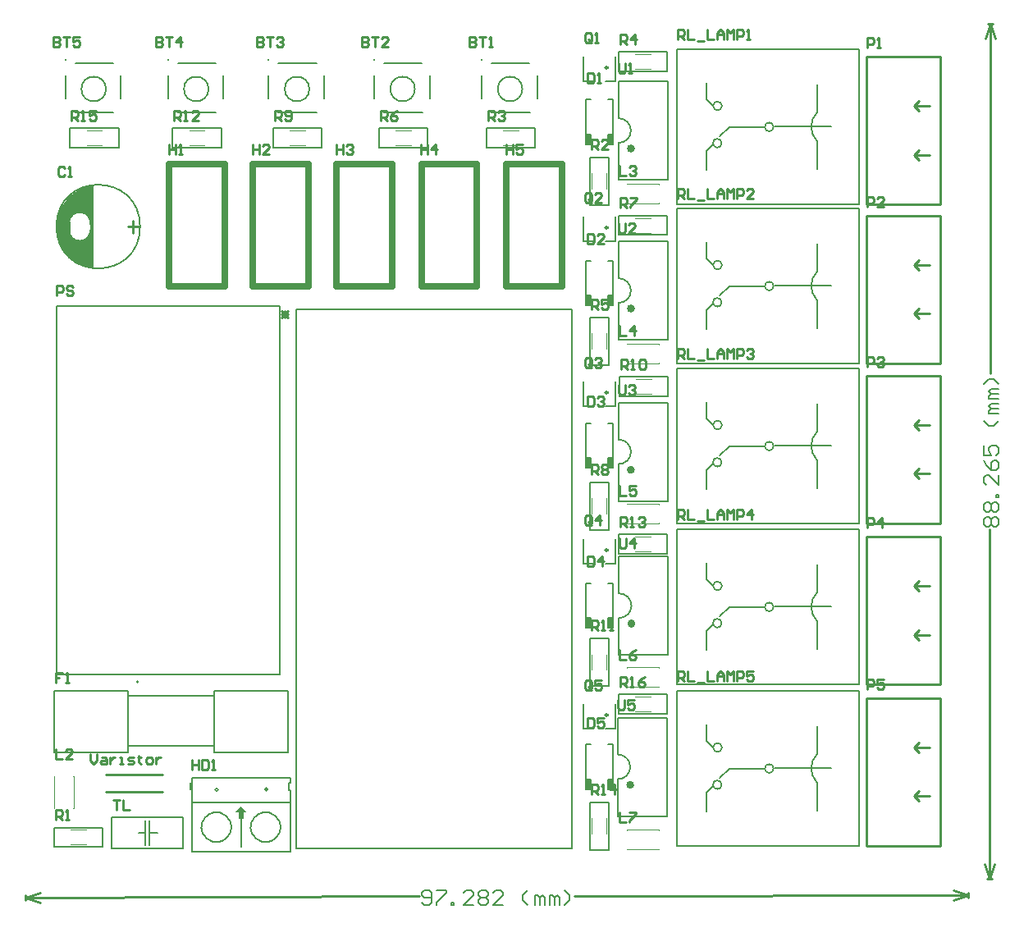
<source format=gto>
G04*
G04 #@! TF.GenerationSoftware,Altium Limited,Altium Designer,21.3.2 (30)*
G04*
G04 Layer_Color=65535*
%FSTAX24Y24*%
%MOIN*%
G70*
G04*
G04 #@! TF.SameCoordinates,4F95F32B-0C25-4130-9E89-9C1B30D11028*
G04*
G04*
G04 #@! TF.FilePolarity,Positive*
G04*
G01*
G75*
%ADD10C,0.0079*%
%ADD11C,0.0060*%
%ADD12C,0.0070*%
%ADD13C,0.0100*%
%ADD14C,0.0150*%
%ADD15C,0.0098*%
%ADD16C,0.0040*%
%ADD17C,0.0050*%
%ADD18C,0.0250*%
%ADD19C,0.0080*%
%ADD20R,0.0197X0.0394*%
%ADD21R,0.0197X0.0394*%
G36*
X041Y02495D02*
X04075Y0247D01*
X0409D01*
Y02445D01*
X0411D01*
Y0247D01*
X04125D01*
X041Y02495D01*
D02*
G37*
G36*
X03495Y04825D02*
X0346Y0479D01*
X034321D01*
X034304Y047901D01*
X034271Y047907D01*
X03424Y04792D01*
X034212Y047939D01*
X0342Y04795D01*
D01*
X034135Y048015D01*
X034127Y048023D01*
X034114Y048043D01*
X034105Y048065D01*
X034101Y048088D01*
X0341Y0481D01*
D01*
X03405Y04815D01*
X034039Y048162D01*
X03402Y04819D01*
X034007Y048221D01*
X034001Y048254D01*
X034Y048271D01*
D01*
Y048779D01*
X034001Y048796D01*
X034007Y048829D01*
X03402Y04886D01*
X034039Y048888D01*
X03405Y0489D01*
Y0489D01*
X034165Y049015D01*
X034173Y049023D01*
X034193Y049036D01*
X034215Y049045D01*
X034238Y049049D01*
X03425Y04905D01*
X034262Y049061D01*
X03429Y04908D01*
X034321Y049093D01*
X034354Y049099D01*
X034371Y0491D01*
D01*
X034509D01*
X034542Y049098D01*
X034608Y049085D01*
X03467Y04906D01*
X034725Y049022D01*
X03475Y049D01*
D01*
X034865Y048885D01*
X034873Y048877D01*
X034886Y048857D01*
X034895Y048835D01*
X034899Y048812D01*
X0349Y0488D01*
D01*
X03495D01*
Y0502D01*
X0344Y05D01*
X034Y0497D01*
X0337Y0493D01*
X0335Y0487D01*
Y0483D01*
X03365Y0478D01*
X03395Y04735D01*
X0343Y04705D01*
X03475Y04685D01*
X03495Y0468D01*
Y04825D01*
D02*
G37*
D10*
X03683Y030005D02*
G03*
X03683Y030005I-000039J0D01*
G01*
X04325Y04513D02*
X0491D01*
X05445D01*
Y02323D02*
Y04513D01*
X04325Y02323D02*
X05445D01*
X04325D02*
Y04513D01*
D11*
X048065Y05409D02*
G03*
X048065Y05409I-0005J0D01*
G01*
X043775D02*
G03*
X043775Y05409I-0005J0D01*
G01*
X05243D02*
G03*
X05243Y05409I-0005J0D01*
G01*
X035515D02*
G03*
X035515Y05409I-0005J0D01*
G01*
X03968D02*
G03*
X03968Y05409I-0005J0D01*
G01*
X048665Y05369D02*
Y05464D01*
X046815Y05514D02*
X048355D01*
X046415Y05369D02*
Y05464D01*
X046815Y05314D02*
X048365D01*
X044375Y05369D02*
Y05464D01*
X042525Y05514D02*
X044065D01*
X042125Y05369D02*
Y05464D01*
X042525Y05314D02*
X044075D01*
X05303Y05369D02*
Y05464D01*
X05118Y05514D02*
X05272D01*
X05078Y05369D02*
Y05464D01*
X05118Y05314D02*
X05273D01*
X036115Y05369D02*
Y05464D01*
X034265Y05514D02*
X035805D01*
X033865Y05369D02*
Y05464D01*
X034265Y05314D02*
X035815D01*
X04028Y05369D02*
Y05464D01*
X03843Y05514D02*
X03997D01*
X03803Y05369D02*
Y05464D01*
X03843Y05314D02*
X03998D01*
X048342Y021032D02*
X048442Y020932D01*
X048642Y020933D01*
X048742Y021033D01*
X04874Y021433D01*
X04864Y021533D01*
X04844Y021532D01*
X048341Y021432D01*
X048341Y021332D01*
X048441Y021232D01*
X048741Y021233D01*
X04894Y021533D02*
X04934Y021535D01*
X04934Y021435D01*
X048941Y021034D01*
X048942Y020934D01*
X049542Y020935D02*
X049541Y021035D01*
X049641Y021035D01*
X049641Y020935D01*
X049542Y020935D01*
X050441Y020938D02*
X050041Y020937D01*
X05044Y021337D01*
X05044Y021437D01*
X05034Y021537D01*
X05014Y021537D01*
X05004Y021436D01*
X05064Y021438D02*
X05074Y021538D01*
X050939Y021539D01*
X05104Y021439D01*
X05104Y021339D01*
X05094Y021239D01*
X051041Y021139D01*
X051041Y021039D01*
X050941Y020939D01*
X050741Y020938D01*
X050641Y021038D01*
X050641Y021138D01*
X05074Y021238D01*
X05064Y021338D01*
X05064Y021438D01*
X05074Y021238D02*
X05094Y021239D01*
X051641Y020941D02*
X051241Y02094D01*
X05164Y021341D01*
X05164Y021441D01*
X051539Y02154D01*
X051339Y02154D01*
X05124Y02144D01*
X052641Y020943D02*
X05244Y021143D01*
X05244Y021343D01*
X052639Y021543D01*
X05294Y020944D02*
X052939Y021344D01*
X053039Y021344D01*
X05314Y021245D01*
X05314Y020945D01*
X05314Y021245D01*
X053239Y021345D01*
X05334Y021245D01*
X05334Y020945D01*
X05354Y020946D02*
X053539Y021346D01*
X053639Y021346D01*
X053739Y021246D01*
X05374Y020946D01*
X053739Y021246D01*
X053839Y021346D01*
X053939Y021247D01*
X05394Y020947D01*
X05414Y020947D02*
X054339Y021148D01*
X054339Y021348D01*
X054138Y021547D01*
X071281Y036316D02*
X071181Y036416D01*
X071181Y036616D01*
X071281Y036716D01*
X071381Y036716D01*
X071481Y036616D01*
X071581Y036716D01*
X071681Y036715D01*
X071781Y036615D01*
X071781Y036415D01*
X071681Y036316D01*
X071581Y036316D01*
X071481Y036416D01*
X071381Y036316D01*
X071281Y036316D01*
X071481Y036416D02*
X071481Y036616D01*
X071282Y036916D02*
X071182Y037016D01*
X071182Y037216D01*
X071282Y037316D01*
X071382Y037316D01*
X071482Y037216D01*
X071582Y037315D01*
X071682Y037315D01*
X071782Y037215D01*
X071782Y037015D01*
X071681Y036915D01*
X071581Y036916D01*
X071482Y037016D01*
X071381Y036916D01*
X071282Y036916D01*
X071482Y037016D02*
X071482Y037216D01*
X071782Y037515D02*
X071682Y037515D01*
X071682Y037615D01*
X071782Y037615D01*
X071782Y037515D01*
X071784Y038415D02*
X071783Y038015D01*
X071384Y038415D01*
X071284Y038415D01*
X071184Y038316D01*
X071183Y038116D01*
X071283Y038016D01*
X071185Y039015D02*
X071284Y038815D01*
X071484Y038615D01*
X071684Y038615D01*
X071784Y038715D01*
X071784Y038915D01*
X071684Y039015D01*
X071584Y039015D01*
X071484Y038915D01*
X071484Y038615D01*
X071185Y039615D02*
X071185Y039215D01*
X071485Y039215D01*
X071385Y039415D01*
X071385Y039515D01*
X071485Y039615D01*
X071685Y039615D01*
X071785Y039514D01*
X071785Y039314D01*
X071685Y039215D01*
X071787Y040614D02*
X071586Y040414D01*
X071387Y040415D01*
X071187Y040615D01*
X071787Y040914D02*
X071387Y040915D01*
X071387Y041014D01*
X071487Y041114D01*
X071787Y041114D01*
X071487Y041114D01*
X071388Y041214D01*
X071488Y041314D01*
X071788Y041314D01*
X071788Y041514D02*
X071388Y041514D01*
X071388Y041614D01*
X071488Y041714D01*
X071788Y041714D01*
X071488Y041714D01*
X071389Y041814D01*
X071489Y041914D01*
X071789Y041914D01*
X071789Y042114D02*
X071589Y042314D01*
X071389Y042314D01*
X071189Y042114D01*
D12*
X0369Y0485D02*
G03*
X0369Y0485I-0017J0D01*
G01*
X040388Y024562D02*
G03*
X040401Y024551I-000388J-000462D01*
G01*
X042084Y02563D02*
G03*
X042084Y02563I-000064J0D01*
G01*
X040064Y02562D02*
G03*
X040064Y02562I-000064J0D01*
G01*
X042387Y024563D02*
G03*
X042401Y024551I-000387J-000463D01*
G01*
X056324Y0519D02*
G03*
X056328Y0529I000017J0005D01*
G01*
X056324Y0454D02*
G03*
X056328Y0464I000017J0005D01*
G01*
X06441Y05314D02*
G03*
X0644Y05198I000575J-000585D01*
G01*
X062636Y05255D02*
G03*
X062636Y05255I-000178J0D01*
G01*
X060526Y05189D02*
G03*
X060526Y05189I-000178J0D01*
G01*
X060536Y0534D02*
G03*
X060536Y0534I-000178J0D01*
G01*
X06441Y03364D02*
G03*
X0644Y03248I000575J-000585D01*
G01*
X062636Y03305D02*
G03*
X062636Y03305I-000178J0D01*
G01*
X060526Y03239D02*
G03*
X060526Y03239I-000178J0D01*
G01*
X060536Y0339D02*
G03*
X060536Y0339I-000178J0D01*
G01*
X06441Y040175D02*
G03*
X0644Y039015I000575J-000585D01*
G01*
X062636Y039585D02*
G03*
X062636Y039585I-000178J0D01*
G01*
X060526Y038925D02*
G03*
X060526Y038925I-000178J0D01*
G01*
X060536Y040435D02*
G03*
X060536Y040435I-000178J0D01*
G01*
X06441Y046675D02*
G03*
X0644Y045515I000575J-000585D01*
G01*
X062636Y046085D02*
G03*
X062636Y046085I-000178J0D01*
G01*
X060526Y045425D02*
G03*
X060526Y045425I-000178J0D01*
G01*
X060536Y046935D02*
G03*
X060536Y046935I-000178J0D01*
G01*
X06441Y027075D02*
G03*
X0644Y025915I000575J-000585D01*
G01*
X062636Y026485D02*
G03*
X062636Y026485I-000178J0D01*
G01*
X060526Y025825D02*
G03*
X060526Y025825I-000178J0D01*
G01*
X060536Y027335D02*
G03*
X060536Y027335I-000178J0D01*
G01*
X056296Y02605D02*
G03*
X0563Y02705I000017J0005D01*
G01*
X056324Y03885D02*
G03*
X056328Y03985I000017J0005D01*
G01*
X056346Y0326D02*
G03*
X05635Y0336I000017J0005D01*
G01*
X046415Y05528D02*
X046425Y05529D01*
X042125Y05528D02*
X042135Y05529D01*
X05078Y05528D02*
X05079Y05529D01*
X033865Y05528D02*
X033875Y05529D01*
X03803Y05528D02*
X03804Y05529D01*
X0364Y0274D02*
X0399D01*
X0334Y02715D02*
X0364D01*
X0334Y02965D02*
X0364D01*
Y02715D02*
Y02965D01*
X0334Y02715D02*
Y02965D01*
X0429Y02715D02*
Y02965D01*
X0364Y02945D02*
X0399D01*
Y02965D02*
X0429D01*
X0399Y02715D02*
X0429D01*
X0399D02*
Y02965D01*
X03902Y0251D02*
X04299D01*
X039Y0231D02*
Y0246D01*
X043Y0231D02*
Y02561D01*
X04295D02*
X043D01*
X04295D02*
Y02592D01*
X043D01*
Y0261D01*
X039D02*
X043D01*
X039Y0246D02*
Y0261D01*
X03894Y02565D02*
Y0259D01*
X041Y02331D02*
Y02482D01*
X039Y0231D02*
X043D01*
X056328Y0544D02*
X058328D01*
Y0504D02*
Y0544D01*
X056328Y0504D02*
X058328D01*
X056328Y05291D02*
Y0544D01*
Y0504D02*
Y0519D01*
Y0479D02*
X058328D01*
Y0439D02*
Y0479D01*
X056328Y0439D02*
X058328D01*
X056328Y04641D02*
Y0479D01*
Y0439D02*
Y0454D01*
X06441Y05083D02*
Y05197D01*
X06442Y05315D02*
Y05428D01*
X06044Y05216D02*
X06083Y05255D01*
X06226D01*
X05991Y05367D02*
X06018Y0534D01*
X05991Y05367D02*
Y05433D01*
Y05157D02*
X06017Y05183D01*
X05991Y05081D02*
Y05157D01*
X0587Y0494D02*
X0661D01*
X0587Y0557D02*
X0661D01*
Y0494D02*
Y0557D01*
X0587Y0494D02*
Y0557D01*
X06266Y05256D02*
X06499D01*
X06441Y03133D02*
Y03247D01*
X06442Y03365D02*
Y03478D01*
X06044Y03266D02*
X06083Y03305D01*
X06226D01*
X05991Y03417D02*
X06018Y0339D01*
X05991Y03417D02*
Y03483D01*
Y03207D02*
X06017Y03233D01*
X05991Y03131D02*
Y03207D01*
X0587Y0299D02*
X0661D01*
X0587Y0362D02*
X0661D01*
Y0299D02*
Y0362D01*
X0587Y0299D02*
Y0362D01*
X06266Y03306D02*
X06499D01*
X06441Y037865D02*
Y039005D01*
X06442Y040185D02*
Y041315D01*
X06044Y039195D02*
X06083Y039585D01*
X06226D01*
X05991Y040705D02*
X06018Y040435D01*
X05991Y040705D02*
Y041365D01*
Y038605D02*
X06017Y038865D01*
X05991Y037845D02*
Y038605D01*
X0587Y036435D02*
X0661D01*
X0587Y042735D02*
X0661D01*
Y036435D02*
Y042735D01*
X0587Y036435D02*
Y042735D01*
X06266Y039595D02*
X06499D01*
X06441Y044365D02*
Y045505D01*
X06442Y046685D02*
Y047815D01*
X06044Y045695D02*
X06083Y046085D01*
X06226D01*
X05991Y047205D02*
X06018Y046935D01*
X05991Y047205D02*
Y047865D01*
Y045105D02*
X06017Y045365D01*
X05991Y044345D02*
Y045105D01*
X0587Y042935D02*
X0661D01*
X0587Y049235D02*
X0661D01*
Y042935D02*
Y049235D01*
X0587Y042935D02*
Y049235D01*
X06266Y046095D02*
X06499D01*
X06441Y024765D02*
Y025905D01*
X06442Y027085D02*
Y028215D01*
X06044Y026095D02*
X06083Y026485D01*
X06226D01*
X05991Y027605D02*
X06018Y027335D01*
X05991Y027605D02*
Y028265D01*
Y025505D02*
X06017Y025765D01*
X05991Y024745D02*
Y025505D01*
X0587Y023335D02*
X0661D01*
X0587Y029635D02*
X0661D01*
Y023335D02*
Y029635D01*
X0587Y023335D02*
Y029635D01*
X06266Y026495D02*
X06499D01*
X0563Y02455D02*
Y02605D01*
Y02706D02*
Y02855D01*
Y02455D02*
X0583D01*
Y02855D01*
X0563D02*
X0583D01*
X056328Y03735D02*
Y03885D01*
Y03986D02*
Y04135D01*
Y03735D02*
X058328D01*
Y04135D01*
X056328D02*
X058328D01*
X05635Y0311D02*
Y0326D01*
Y03361D02*
Y0351D01*
Y0311D02*
X05835D01*
Y0351D01*
X05635D02*
X05835D01*
D13*
X034Y04835D02*
G03*
X03445Y0479I00045J0D01*
G01*
X0345Y0491D02*
G03*
X034Y0487I-00005J-00045D01*
G01*
X0349Y0486D02*
G03*
X0345Y0491I-00045J00005D01*
G01*
X03445Y0479D02*
G03*
X0349Y04835I0J00045D01*
G01*
X07055Y02145D02*
X07055Y02125D01*
X03225Y02135D02*
X03225Y02115D01*
X069951Y021148D02*
X07055Y02135D01*
X069949Y021548D02*
X07055Y02135D01*
X03225Y02125D02*
X032851Y021052D01*
X03225Y02125D02*
X032849Y021452D01*
X054559Y021308D02*
X07055Y02135D01*
X03225Y02125D02*
X048241Y021292D01*
X07135Y05675D02*
X07155Y05675D01*
X0713Y022D02*
X0715Y022D01*
X07145Y05675D02*
X071649Y05615D01*
X071249Y05615D02*
X07145Y05675D01*
X0714Y022D02*
X071601Y0226D01*
X071201Y0226D02*
X0714Y022D01*
X07143Y042534D02*
X07145Y05675D01*
X0714Y022D02*
X07142Y036216D01*
X03495Y04685D02*
Y05015D01*
X0349Y04825D02*
X03495D01*
X034Y04835D02*
Y0487D01*
X0349Y0482D02*
Y0487D01*
X03662Y04825D02*
Y04875D01*
X0364Y0485D02*
X03685D01*
X0355Y02555D02*
X0378D01*
X0355Y02625D02*
X0378D01*
X068355Y033915D02*
X068555Y033715D01*
X068355Y033915D02*
X068555Y034115D01*
X068355Y033915D02*
X06897D01*
X068355Y03192D02*
X06897D01*
X068355D02*
X068555Y03212D01*
X068355Y03192D02*
X068555Y03172D01*
X06941Y029915D02*
Y035915D01*
X0664Y029915D02*
X06941D01*
X0664Y035915D02*
X06941D01*
X0664Y029915D02*
Y035915D01*
X068355Y053415D02*
X068555Y053215D01*
X068355Y053415D02*
X068555Y053615D01*
X068355Y053415D02*
X06897D01*
X068355Y05142D02*
X06897D01*
X068355D02*
X068555Y05162D01*
X068355Y05142D02*
X068555Y05122D01*
X06941Y049415D02*
Y055415D01*
X0664Y049415D02*
X06941D01*
X0664Y055415D02*
X06941D01*
X0664Y049415D02*
Y055415D01*
X068355Y04695D02*
X068555Y04675D01*
X068355Y04695D02*
X068555Y04715D01*
X068355Y04695D02*
X06897D01*
X068355Y044955D02*
X06897D01*
X068355D02*
X068555Y045155D01*
X068355Y044955D02*
X068555Y044755D01*
X06941Y04295D02*
Y04895D01*
X0664Y04295D02*
X06941D01*
X0664Y04895D02*
X06941D01*
X0664Y04295D02*
Y04895D01*
X068355Y04045D02*
X068555Y04025D01*
X068355Y04045D02*
X068555Y04065D01*
X068355Y04045D02*
X06897D01*
X068355Y038455D02*
X06897D01*
X068355D02*
X068555Y038655D01*
X068355Y038455D02*
X068555Y038255D01*
X06941Y03645D02*
Y04245D01*
X0664Y03645D02*
X06941D01*
X0664Y04245D02*
X06941D01*
X0664Y03645D02*
Y04245D01*
X068355Y02735D02*
X068555Y02715D01*
X068355Y02735D02*
X068555Y02755D01*
X068355Y02735D02*
X06897D01*
X068355Y025355D02*
X06897D01*
X068355D02*
X068555Y025555D01*
X068355Y025355D02*
X068555Y025155D01*
X06941Y02335D02*
Y02935D01*
X0664Y02335D02*
X06941D01*
X0664Y02935D02*
X06941D01*
X0664Y02335D02*
Y02935D01*
X04146Y05185D02*
Y05145D01*
Y05165D01*
X041727D01*
Y05185D01*
Y05145D01*
X042126D02*
X04186D01*
X042126Y051717D01*
Y051783D01*
X04206Y05185D01*
X041927D01*
X04186Y051783D01*
X06645Y0297D02*
Y0301D01*
X06665D01*
X066717Y030033D01*
Y0299D01*
X06665Y029833D01*
X06645D01*
X067116Y0301D02*
X06685D01*
Y0299D01*
X066983Y029967D01*
X06705D01*
X067116Y0299D01*
Y029767D01*
X06705Y0297D01*
X066917D01*
X06685Y029767D01*
X06645Y03626D02*
Y03666D01*
X06665D01*
X066717Y036593D01*
Y03646D01*
X06665Y036393D01*
X06645D01*
X06705Y03626D02*
Y03666D01*
X06685Y03646D01*
X067116D01*
X06645Y0428D02*
Y0432D01*
X06665D01*
X066717Y043133D01*
Y043D01*
X06665Y042933D01*
X06645D01*
X06685Y043133D02*
X066917Y0432D01*
X06705D01*
X067116Y043133D01*
Y043067D01*
X06705Y043D01*
X066983D01*
X06705D01*
X067116Y042933D01*
Y042867D01*
X06705Y0428D01*
X066917D01*
X06685Y042867D01*
X06645Y0493D02*
Y0497D01*
X06665D01*
X066717Y049633D01*
Y0495D01*
X06665Y049433D01*
X06645D01*
X067116Y0493D02*
X06685D01*
X067116Y049567D01*
Y049633D01*
X06705Y0497D01*
X066917D01*
X06685Y049633D01*
X06645Y05576D02*
Y05616D01*
X06665D01*
X066717Y056093D01*
Y05596D01*
X06665Y055893D01*
X06645D01*
X06685Y05576D02*
X066983D01*
X066917D01*
Y05616D01*
X06685Y056093D01*
X03486Y02707D02*
Y026803D01*
X034993Y02667D01*
X035127Y026803D01*
Y02707D01*
X035327Y026937D02*
X03546D01*
X035526Y02687D01*
Y02667D01*
X035327D01*
X03526Y026737D01*
X035327Y026803D01*
X035526D01*
X03566Y026937D02*
Y02667D01*
Y026803D01*
X035726Y02687D01*
X035793Y026937D01*
X03586D01*
X03606Y02667D02*
X036193D01*
X036126D01*
Y026937D01*
X03606D01*
X036393Y02667D02*
X036593D01*
X036659Y026737D01*
X036593Y026803D01*
X036459D01*
X036393Y02687D01*
X036459Y026937D01*
X036659D01*
X036859Y027003D02*
Y026937D01*
X036793D01*
X036926D01*
X036859D01*
Y026737D01*
X036926Y02667D01*
X037193D02*
X037326D01*
X037393Y026737D01*
Y02687D01*
X037326Y026937D01*
X037193D01*
X037126Y02687D01*
Y026737D01*
X037193Y02667D01*
X037526Y026937D02*
Y02667D01*
Y026803D01*
X037592Y02687D01*
X037659Y026937D01*
X037726D01*
X05631Y02928D02*
Y028947D01*
X056377Y02888D01*
X05651D01*
X056577Y028947D01*
Y02928D01*
X056976D02*
X05671D01*
Y02908D01*
X056843Y029147D01*
X05691D01*
X056976Y02908D01*
Y028947D01*
X05691Y02888D01*
X056777D01*
X05671Y028947D01*
X05636Y03584D02*
Y035507D01*
X056427Y03544D01*
X05656D01*
X056627Y035507D01*
Y03584D01*
X05696Y03544D02*
Y03584D01*
X05676Y03564D01*
X057026D01*
X05634Y04208D02*
Y041747D01*
X056407Y04168D01*
X05654D01*
X056607Y041747D01*
Y04208D01*
X05674Y042013D02*
X056807Y04208D01*
X05694D01*
X057006Y042013D01*
Y041947D01*
X05694Y04188D01*
X056873D01*
X05694D01*
X057006Y041813D01*
Y041747D01*
X05694Y04168D01*
X056807D01*
X05674Y041747D01*
X05634Y04864D02*
Y048307D01*
X056407Y04824D01*
X05654D01*
X056607Y048307D01*
Y04864D01*
X057006Y04824D02*
X05674D01*
X057006Y048507D01*
Y048573D01*
X05694Y04864D01*
X056807D01*
X05674Y048573D01*
X05634Y05514D02*
Y054807D01*
X056407Y05474D01*
X05654D01*
X056607Y054807D01*
Y05514D01*
X05674Y05474D02*
X056873D01*
X056807D01*
Y05514D01*
X05674Y055073D01*
X03582Y02522D02*
X036087D01*
X035953D01*
Y02482D01*
X03622Y02522D02*
Y02482D01*
X036486D01*
X05874Y03004D02*
Y03044D01*
X05894D01*
X059007Y030373D01*
Y03024D01*
X05894Y030173D01*
X05874D01*
X058873D02*
X059007Y03004D01*
X05914Y03044D02*
Y03004D01*
X059406D01*
X05954Y029973D02*
X059806D01*
X05994Y03044D02*
Y03004D01*
X060206D01*
X060339D02*
Y030307D01*
X060473Y03044D01*
X060606Y030307D01*
Y03004D01*
Y03024D01*
X060339D01*
X060739Y03004D02*
Y03044D01*
X060873Y030307D01*
X061006Y03044D01*
Y03004D01*
X061139D02*
Y03044D01*
X061339D01*
X061406Y030373D01*
Y03024D01*
X061339Y030173D01*
X061139D01*
X061806Y03044D02*
X061539D01*
Y03024D01*
X061672Y030307D01*
X061739D01*
X061806Y03024D01*
Y030107D01*
X061739Y03004D01*
X061606D01*
X061539Y030107D01*
X05874Y0366D02*
Y037D01*
X05894D01*
X059007Y036933D01*
Y0368D01*
X05894Y036733D01*
X05874D01*
X058873D02*
X059007Y0366D01*
X05914Y037D02*
Y0366D01*
X059406D01*
X05954Y036533D02*
X059806D01*
X05994Y037D02*
Y0366D01*
X060206D01*
X060339D02*
Y036867D01*
X060473Y037D01*
X060606Y036867D01*
Y0366D01*
Y0368D01*
X060339D01*
X060739Y0366D02*
Y037D01*
X060873Y036867D01*
X061006Y037D01*
Y0366D01*
X061139D02*
Y037D01*
X061339D01*
X061406Y036933D01*
Y0368D01*
X061339Y036733D01*
X061139D01*
X061739Y0366D02*
Y037D01*
X061539Y0368D01*
X061806D01*
X05874Y04314D02*
Y04354D01*
X05894D01*
X059007Y043473D01*
Y04334D01*
X05894Y043273D01*
X05874D01*
X058873D02*
X059007Y04314D01*
X05914Y04354D02*
Y04314D01*
X059406D01*
X05954Y043073D02*
X059806D01*
X05994Y04354D02*
Y04314D01*
X060206D01*
X060339D02*
Y043407D01*
X060473Y04354D01*
X060606Y043407D01*
Y04314D01*
Y04334D01*
X060339D01*
X060739Y04314D02*
Y04354D01*
X060873Y043407D01*
X061006Y04354D01*
Y04314D01*
X061139D02*
Y04354D01*
X061339D01*
X061406Y043473D01*
Y04334D01*
X061339Y043273D01*
X061139D01*
X061539Y043473D02*
X061606Y04354D01*
X061739D01*
X061806Y043473D01*
Y043407D01*
X061739Y04334D01*
X061672D01*
X061739D01*
X061806Y043273D01*
Y043207D01*
X061739Y04314D01*
X061606D01*
X061539Y043207D01*
X05874Y04964D02*
Y05004D01*
X05894D01*
X059007Y049973D01*
Y04984D01*
X05894Y049773D01*
X05874D01*
X058873D02*
X059007Y04964D01*
X05914Y05004D02*
Y04964D01*
X059406D01*
X05954Y049573D02*
X059806D01*
X05994Y05004D02*
Y04964D01*
X060206D01*
X060339D02*
Y049907D01*
X060473Y05004D01*
X060606Y049907D01*
Y04964D01*
Y04984D01*
X060339D01*
X060739Y04964D02*
Y05004D01*
X060873Y049907D01*
X061006Y05004D01*
Y04964D01*
X061139D02*
Y05004D01*
X061339D01*
X061406Y049973D01*
Y04984D01*
X061339Y049773D01*
X061139D01*
X061806Y04964D02*
X061539D01*
X061806Y049907D01*
Y049973D01*
X061739Y05004D01*
X061606D01*
X061539Y049973D01*
X05874Y0561D02*
Y0565D01*
X05894D01*
X059007Y056433D01*
Y0563D01*
X05894Y056233D01*
X05874D01*
X058873D02*
X059007Y0561D01*
X05914Y0565D02*
Y0561D01*
X059406D01*
X05954Y056033D02*
X059806D01*
X05994Y0565D02*
Y0561D01*
X060206D01*
X060339D02*
Y056367D01*
X060473Y0565D01*
X060606Y056367D01*
Y0561D01*
Y0563D01*
X060339D01*
X060739Y0561D02*
Y0565D01*
X060873Y056367D01*
X061006Y0565D01*
Y0561D01*
X061139D02*
Y0565D01*
X061339D01*
X061406Y056433D01*
Y0563D01*
X061339Y056233D01*
X061139D01*
X061539Y0561D02*
X061672D01*
X061606D01*
Y0565D01*
X061539Y056433D01*
X05641Y02982D02*
Y03022D01*
X05661D01*
X056677Y030153D01*
Y03002D01*
X05661Y029953D01*
X05641D01*
X056543D02*
X056677Y02982D01*
X05681D02*
X056943D01*
X056877D01*
Y03022D01*
X05681Y030153D01*
X05741Y03022D02*
X057276Y030153D01*
X057143Y03002D01*
Y029887D01*
X05721Y02982D01*
X057343D01*
X05741Y029887D01*
Y029953D01*
X057343Y03002D01*
X057143D01*
X03412Y05282D02*
Y05322D01*
X03432D01*
X034387Y053153D01*
Y05302D01*
X03432Y052953D01*
X03412D01*
X034253D02*
X034387Y05282D01*
X03452D02*
X034653D01*
X034587D01*
Y05322D01*
X03452Y053153D01*
X03512Y05322D02*
X034853D01*
Y05302D01*
X034986Y053087D01*
X035053D01*
X03512Y05302D01*
Y052887D01*
X035053Y05282D01*
X03492D01*
X034853Y052887D01*
X05524Y02544D02*
Y02584D01*
X05544D01*
X055507Y025773D01*
Y02564D01*
X05544Y025573D01*
X05524D01*
X055373D02*
X055507Y02544D01*
X05564D02*
X055773D01*
X055707D01*
Y02584D01*
X05564Y025773D01*
X056173Y02544D02*
Y02584D01*
X055973Y02564D01*
X05624D01*
X05641Y03632D02*
Y03672D01*
X05661D01*
X056677Y036653D01*
Y03652D01*
X05661Y036453D01*
X05641D01*
X056543D02*
X056677Y03632D01*
X05681D02*
X056943D01*
X056877D01*
Y03672D01*
X05681Y036653D01*
X057143D02*
X05721Y03672D01*
X057343D01*
X05741Y036653D01*
Y036587D01*
X057343Y03652D01*
X057276D01*
X057343D01*
X05741Y036453D01*
Y036387D01*
X057343Y03632D01*
X05721D01*
X057143Y036387D01*
X03829Y05282D02*
Y05322D01*
X03849D01*
X038557Y053153D01*
Y05302D01*
X03849Y052953D01*
X03829D01*
X038423D02*
X038557Y05282D01*
X03869D02*
X038823D01*
X038757D01*
Y05322D01*
X03869Y053153D01*
X03929Y05282D02*
X039023D01*
X03929Y053087D01*
Y053153D01*
X039223Y05322D01*
X03909D01*
X039023Y053153D01*
X05524Y03209D02*
Y03249D01*
X05544D01*
X055507Y032423D01*
Y03229D01*
X05544Y032223D01*
X05524D01*
X055373D02*
X055507Y03209D01*
X05564D02*
X055773D01*
X055707D01*
Y03249D01*
X05564Y032423D01*
X055973Y03209D02*
X056106D01*
X05604D01*
Y03249D01*
X055973Y032423D01*
X05644Y04272D02*
Y04312D01*
X05664D01*
X056707Y043053D01*
Y04292D01*
X05664Y042853D01*
X05644D01*
X056573D02*
X056707Y04272D01*
X05684D02*
X056973D01*
X056907D01*
Y04312D01*
X05684Y043053D01*
X057173D02*
X05724Y04312D01*
X057373D01*
X05744Y043053D01*
Y042787D01*
X057373Y04272D01*
X05724D01*
X057173Y042787D01*
Y043053D01*
X04238Y05282D02*
Y05322D01*
X04258D01*
X042647Y053153D01*
Y05302D01*
X04258Y052953D01*
X04238D01*
X042513D02*
X042647Y05282D01*
X04278Y052887D02*
X042847Y05282D01*
X04298D01*
X043046Y052887D01*
Y053153D01*
X04298Y05322D01*
X042847D01*
X04278Y053153D01*
Y053087D01*
X042847Y05302D01*
X043046D01*
X05524Y03844D02*
Y03884D01*
X05544D01*
X055507Y038773D01*
Y03864D01*
X05544Y038573D01*
X05524D01*
X055373D02*
X055507Y03844D01*
X05564Y038773D02*
X055707Y03884D01*
X05584D01*
X055906Y038773D01*
Y038707D01*
X05584Y03864D01*
X055906Y038573D01*
Y038507D01*
X05584Y03844D01*
X055707D01*
X05564Y038507D01*
Y038573D01*
X055707Y03864D01*
X05564Y038707D01*
Y038773D01*
X055707Y03864D02*
X05584D01*
X05641Y04926D02*
Y04966D01*
X05661D01*
X056677Y049593D01*
Y04946D01*
X05661Y049393D01*
X05641D01*
X056543D02*
X056677Y04926D01*
X05681Y04966D02*
X057076D01*
Y049593D01*
X05681Y049327D01*
Y04926D01*
X04668Y05282D02*
Y05322D01*
X04688D01*
X046947Y053153D01*
Y05302D01*
X04688Y052953D01*
X04668D01*
X046813D02*
X046947Y05282D01*
X047346Y05322D02*
X047213Y053153D01*
X04708Y05302D01*
Y052887D01*
X047147Y05282D01*
X04728D01*
X047346Y052887D01*
Y052953D01*
X04728Y05302D01*
X04708D01*
X05524Y04514D02*
Y04554D01*
X05544D01*
X055507Y045473D01*
Y04534D01*
X05544Y045273D01*
X05524D01*
X055373D02*
X055507Y04514D01*
X055906Y04554D02*
X05564D01*
Y04534D01*
X055773Y045407D01*
X05584D01*
X055906Y04534D01*
Y045207D01*
X05584Y04514D01*
X055707D01*
X05564Y045207D01*
X05641Y05592D02*
Y05632D01*
X05661D01*
X056677Y056253D01*
Y05612D01*
X05661Y056053D01*
X05641D01*
X056543D02*
X056677Y05592D01*
X05701D02*
Y05632D01*
X05681Y05612D01*
X057076D01*
X05104Y05282D02*
Y05322D01*
X05124D01*
X051307Y053153D01*
Y05302D01*
X05124Y052953D01*
X05104D01*
X051173D02*
X051307Y05282D01*
X05144Y053153D02*
X051507Y05322D01*
X05164D01*
X051706Y053153D01*
Y053087D01*
X05164Y05302D01*
X051573D01*
X05164D01*
X051706Y052953D01*
Y052887D01*
X05164Y05282D01*
X051507D01*
X05144Y052887D01*
X05524Y05164D02*
Y05204D01*
X05544D01*
X055507Y051973D01*
Y05184D01*
X05544Y051773D01*
X05524D01*
X055373D02*
X055507Y05164D01*
X055906D02*
X05564D01*
X055906Y051907D01*
Y051973D01*
X05584Y05204D01*
X055707D01*
X05564Y051973D01*
X03348Y0244D02*
Y0248D01*
X03368D01*
X033747Y024733D01*
Y0246D01*
X03368Y024533D01*
X03348D01*
X033613D02*
X033747Y0244D01*
X03388D02*
X034013D01*
X033947D01*
Y0248D01*
X03388Y024733D01*
X055227Y029737D02*
Y030003D01*
X05516Y03007D01*
X055027D01*
X05496Y030003D01*
Y029737D01*
X055027Y02967D01*
X05516D01*
X055093Y029803D02*
X055227Y02967D01*
X05516D02*
X055227Y029737D01*
X055626Y03007D02*
X05536D01*
Y02987D01*
X055493Y029937D01*
X05556D01*
X055626Y02987D01*
Y029737D01*
X05556Y02967D01*
X055427D01*
X05536Y029737D01*
X055227Y036437D02*
Y036703D01*
X05516Y03677D01*
X055027D01*
X05496Y036703D01*
Y036437D01*
X055027Y03637D01*
X05516D01*
X055093Y036503D02*
X055227Y03637D01*
X05516D02*
X055227Y036437D01*
X05556Y03637D02*
Y03677D01*
X05536Y03657D01*
X055626D01*
X055227Y042837D02*
Y043103D01*
X05516Y04317D01*
X055027D01*
X05496Y043103D01*
Y042837D01*
X055027Y04277D01*
X05516D01*
X055093Y042903D02*
X055227Y04277D01*
X05516D02*
X055227Y042837D01*
X05536Y043103D02*
X055427Y04317D01*
X05556D01*
X055626Y043103D01*
Y043037D01*
X05556Y04297D01*
X055493D01*
X05556D01*
X055626Y042903D01*
Y042837D01*
X05556Y04277D01*
X055427D01*
X05536Y042837D01*
X055227Y049537D02*
Y049803D01*
X05516Y04987D01*
X055027D01*
X05496Y049803D01*
Y049537D01*
X055027Y04947D01*
X05516D01*
X055093Y049603D02*
X055227Y04947D01*
X05516D02*
X055227Y049537D01*
X055626Y04947D02*
X05536D01*
X055626Y049737D01*
Y049803D01*
X05556Y04987D01*
X055427D01*
X05536Y049803D01*
X055227Y056047D02*
Y056313D01*
X05516Y05638D01*
X055027D01*
X05496Y056313D01*
Y056047D01*
X055027Y05598D01*
X05516D01*
X055093Y056113D02*
X055227Y05598D01*
X05516D02*
X055227Y056047D01*
X05536Y05598D02*
X055493D01*
X055427D01*
Y05638D01*
X05536Y056313D01*
X03351Y04569D02*
Y04609D01*
X03371D01*
X033777Y046023D01*
Y04589D01*
X03371Y045823D01*
X03351D01*
X034176Y046023D02*
X03411Y04609D01*
X033977D01*
X03391Y046023D01*
Y045957D01*
X033977Y04589D01*
X03411D01*
X034176Y045823D01*
Y045757D01*
X03411Y04569D01*
X033977D01*
X03391Y045757D01*
X05638Y02472D02*
Y02432D01*
X056647D01*
X05678Y02472D02*
X057046D01*
Y024653D01*
X05678Y024387D01*
Y02432D01*
X05636Y03132D02*
Y03092D01*
X056627D01*
X057026Y03132D02*
X056893Y031253D01*
X05676Y03112D01*
Y030987D01*
X056827Y03092D01*
X05696D01*
X057026Y030987D01*
Y031053D01*
X05696Y03112D01*
X05676D01*
X05636Y03797D02*
Y03757D01*
X056627D01*
X057026Y03797D02*
X05676D01*
Y03777D01*
X056893Y037837D01*
X05696D01*
X057026Y03777D01*
Y037637D01*
X05696Y03757D01*
X056827D01*
X05676Y037637D01*
X05638Y04447D02*
Y04407D01*
X056647D01*
X05698D02*
Y04447D01*
X05678Y04427D01*
X057046D01*
X05639Y05097D02*
Y05057D01*
X056657D01*
X05679Y050903D02*
X056857Y05097D01*
X05699D01*
X057056Y050903D01*
Y050837D01*
X05699Y05077D01*
X056923D01*
X05699D01*
X057056Y050703D01*
Y050637D01*
X05699Y05057D01*
X056857D01*
X05679Y050637D01*
X03348Y02726D02*
Y02686D01*
X033747D01*
X034146D02*
X03388D01*
X034146Y027127D01*
Y027193D01*
X03408Y02726D01*
X033947D01*
X03388Y027193D01*
X039Y02685D02*
Y02645D01*
Y02665D01*
X039267D01*
Y02685D01*
Y02645D01*
X0394Y02685D02*
Y02645D01*
X0396D01*
X039666Y026517D01*
Y026783D01*
X0396Y02685D01*
X0394D01*
X0398Y02645D02*
X039933D01*
X039866D01*
Y02685D01*
X0398Y026783D01*
X05176Y05185D02*
Y05145D01*
Y05165D01*
X052027D01*
Y05185D01*
Y05145D01*
X052426Y05185D02*
X05216D01*
Y05165D01*
X052293Y051717D01*
X05236D01*
X052426Y05165D01*
Y051517D01*
X05236Y05145D01*
X052227D01*
X05216Y051517D01*
X04831Y05185D02*
Y05145D01*
Y05165D01*
X048577D01*
Y05185D01*
Y05145D01*
X04891D02*
Y05185D01*
X04871Y05165D01*
X048976D01*
X04486Y05185D02*
Y05145D01*
Y05165D01*
X045127D01*
Y05185D01*
Y05145D01*
X04526Y051783D02*
X045327Y05185D01*
X04546D01*
X045526Y051783D01*
Y051717D01*
X04546Y05165D01*
X045393D01*
X04546D01*
X045526Y051583D01*
Y051517D01*
X04546Y05145D01*
X045327D01*
X04526Y051517D01*
X03806Y05185D02*
Y05145D01*
Y05165D01*
X038327D01*
Y05185D01*
Y05145D01*
X03846D02*
X038593D01*
X038527D01*
Y05185D01*
X03846Y051783D01*
X033727Y03038D02*
X03346D01*
Y03018D01*
X033593D01*
X03346D01*
Y02998D01*
X03386D02*
X033993D01*
X033927D01*
Y03038D01*
X03386Y030313D01*
X05507Y02855D02*
Y02815D01*
X05527D01*
X055337Y028217D01*
Y028483D01*
X05527Y02855D01*
X05507D01*
X055736D02*
X05547D01*
Y02835D01*
X055603Y028417D01*
X05567D01*
X055736Y02835D01*
Y028217D01*
X05567Y02815D01*
X055537D01*
X05547Y028217D01*
X05507Y0351D02*
Y0347D01*
X05527D01*
X055337Y034767D01*
Y035033D01*
X05527Y0351D01*
X05507D01*
X05567Y0347D02*
Y0351D01*
X05547Y0349D01*
X055736D01*
X05507Y0416D02*
Y0412D01*
X05527D01*
X055337Y041267D01*
Y041533D01*
X05527Y0416D01*
X05507D01*
X05547Y041533D02*
X055537Y0416D01*
X05567D01*
X055736Y041533D01*
Y041467D01*
X05567Y0414D01*
X055603D01*
X05567D01*
X055736Y041333D01*
Y041267D01*
X05567Y0412D01*
X055537D01*
X05547Y041267D01*
X05507Y0482D02*
Y0478D01*
X05527D01*
X055337Y047867D01*
Y048133D01*
X05527Y0482D01*
X05507D01*
X055736Y0478D02*
X05547D01*
X055736Y048067D01*
Y048133D01*
X05567Y0482D01*
X055537D01*
X05547Y048133D01*
X05507Y05475D02*
Y05435D01*
X05527D01*
X055337Y054417D01*
Y054683D01*
X05527Y05475D01*
X05507D01*
X05547Y05435D02*
X055603D01*
X055537D01*
Y05475D01*
X05547Y054683D01*
X033827Y050873D02*
X03376Y05094D01*
X033627D01*
X03356Y050873D01*
Y050607D01*
X033627Y05054D01*
X03376D01*
X033827Y050607D01*
X03396Y05054D02*
X034093D01*
X034027D01*
Y05094D01*
X03396Y050873D01*
X03337Y05622D02*
Y05582D01*
X03357D01*
X033637Y055887D01*
Y055953D01*
X03357Y05602D01*
X03337D01*
X03357D01*
X033637Y056087D01*
Y056153D01*
X03357Y05622D01*
X03337D01*
X03377D02*
X034036D01*
X033903D01*
Y05582D01*
X034436Y05622D02*
X03417D01*
Y05602D01*
X034303Y056087D01*
X03437D01*
X034436Y05602D01*
Y055887D01*
X03437Y05582D01*
X034236D01*
X03417Y055887D01*
X03754Y05622D02*
Y05582D01*
X03774D01*
X037807Y055887D01*
Y055953D01*
X03774Y05602D01*
X03754D01*
X03774D01*
X037807Y056087D01*
Y056153D01*
X03774Y05622D01*
X03754D01*
X03794D02*
X038206D01*
X038073D01*
Y05582D01*
X03854D02*
Y05622D01*
X03834Y05602D01*
X038606D01*
X04163Y05622D02*
Y05582D01*
X04183D01*
X041897Y055887D01*
Y055953D01*
X04183Y05602D01*
X04163D01*
X04183D01*
X041897Y056087D01*
Y056153D01*
X04183Y05622D01*
X04163D01*
X04203D02*
X042296D01*
X042163D01*
Y05582D01*
X04243Y056153D02*
X042496Y05622D01*
X04263D01*
X042696Y056153D01*
Y056087D01*
X04263Y05602D01*
X042563D01*
X04263D01*
X042696Y055953D01*
Y055887D01*
X04263Y05582D01*
X042496D01*
X04243Y055887D01*
X04592Y05622D02*
Y05582D01*
X04612D01*
X046187Y055887D01*
Y055953D01*
X04612Y05602D01*
X04592D01*
X04612D01*
X046187Y056087D01*
Y056153D01*
X04612Y05622D01*
X04592D01*
X04632D02*
X046586D01*
X046453D01*
Y05582D01*
X046986D02*
X04672D01*
X046986Y056087D01*
Y056153D01*
X04692Y05622D01*
X046786D01*
X04672Y056153D01*
X05028Y05622D02*
Y05582D01*
X05048D01*
X050547Y055887D01*
Y055953D01*
X05048Y05602D01*
X05028D01*
X05048D01*
X050547Y056087D01*
Y056153D01*
X05048Y05622D01*
X05028D01*
X05068D02*
X050946D01*
X050813D01*
Y05582D01*
X05108D02*
X051213D01*
X051146D01*
Y05622D01*
X05108Y056153D01*
X04264Y045073D02*
X042907Y044807D01*
X04264D02*
X042907Y045073D01*
X04264Y04494D02*
X042907D01*
X042773Y044807D02*
Y045073D01*
D14*
X056918Y05167D02*
G03*
X056918Y05167I-00008J0D01*
G01*
Y04517D02*
G03*
X056918Y04517I-00008J0D01*
G01*
X05689Y02582D02*
G03*
X05689Y02582I-00008J0D01*
G01*
X056918Y03862D02*
G03*
X056918Y03862I-00008J0D01*
G01*
X05694Y03237D02*
G03*
X05694Y03237I-00008J0D01*
G01*
D15*
X055898Y054958D02*
G03*
X055898Y054958I-000049J0D01*
G01*
Y04175D02*
G03*
X055898Y04175I-000049J0D01*
G01*
Y02865D02*
G03*
X055898Y02865I-000049J0D01*
G01*
Y03535D02*
G03*
X055898Y03535I-000049J0D01*
G01*
Y04845D02*
G03*
X055898Y04845I-000049J0D01*
G01*
D16*
X055843Y03684D02*
Y03746D01*
X055243Y03684D02*
Y03746D01*
X051645Y0524D02*
X052265D01*
X051645Y0518D02*
X052265D01*
X03473Y0524D02*
X03535D01*
X03473Y0518D02*
X03535D01*
X04299Y0524D02*
X04361D01*
X04299Y0518D02*
X04361D01*
X04728Y0524D02*
X0479D01*
X04728Y0518D02*
X0479D01*
X038895Y0524D02*
X039515D01*
X038895Y0518D02*
X039515D01*
X057018Y0353D02*
X057638D01*
X057018Y0359D02*
X057638D01*
X03409Y024D02*
X03471D01*
X03409Y0234D02*
X03471D01*
X03418Y02616D02*
X0342D01*
X03417Y02486D02*
X0342D01*
X0334D02*
X03342D01*
X0334Y02616D02*
X03342D01*
X0342Y02486D02*
Y02616D01*
X0334Y02486D02*
Y02616D01*
X056678Y0232D02*
X057978D01*
X056678Y024D02*
X057978D01*
X056678Y0232D02*
Y02322D01*
X057978Y0232D02*
Y02322D01*
Y02397D02*
Y024D01*
X056678Y02398D02*
Y024D01*
X05666Y0298D02*
X05796D01*
X05666Y0306D02*
X05796D01*
X05666Y0298D02*
Y02982D01*
X05796Y0298D02*
Y02982D01*
Y03057D02*
Y0306D01*
X05666Y03058D02*
Y0306D01*
Y03645D02*
X05796D01*
X05666Y03725D02*
X05796D01*
X05666Y03645D02*
Y03647D01*
X05796Y03645D02*
Y03647D01*
Y03722D02*
Y03725D01*
X05666Y03723D02*
Y03725D01*
X056678Y04295D02*
X057978D01*
X056678Y04375D02*
X057978D01*
X056678Y04295D02*
Y04297D01*
X057978Y04295D02*
Y04297D01*
Y04372D02*
Y04375D01*
X056678Y04373D02*
Y04375D01*
X05669Y04945D02*
X05799D01*
X05669Y05025D02*
X05799D01*
X05669Y04945D02*
Y04947D01*
X05799Y04945D02*
Y04947D01*
Y05022D02*
Y05025D01*
X05669Y05023D02*
Y05025D01*
X057018Y04825D02*
X057638D01*
X057018Y04885D02*
X057638D01*
X055843Y05004D02*
Y05066D01*
X055243Y05004D02*
Y05066D01*
X057018Y0549D02*
X057638D01*
X057018Y0555D02*
X057638D01*
X05704Y0423D02*
X05766D01*
X05704Y0417D02*
X05766D01*
X055243Y02384D02*
Y02446D01*
X055843Y02384D02*
Y02446D01*
X055243Y03049D02*
Y03111D01*
X055843Y03049D02*
Y03111D01*
X057018Y0294D02*
X057638D01*
X057018Y0288D02*
X057638D01*
X055243Y04354D02*
Y04416D01*
X055843Y04354D02*
Y04416D01*
D17*
X055163Y036186D02*
Y038115D01*
Y036186D02*
X055937D01*
Y038115D01*
X055163D02*
X055937D01*
X033522Y03032D02*
X042578D01*
Y04528D01*
X033522D02*
X042578D01*
X033522Y03032D02*
Y04528D01*
X050965Y05172D02*
X052945D01*
Y05249D01*
X050965D02*
X052945D01*
X050965Y05172D02*
Y05249D01*
X03405Y05172D02*
X03603D01*
Y05249D01*
X03405D02*
X03603D01*
X03405Y05172D02*
Y05249D01*
X04231Y05172D02*
X04429D01*
Y05249D01*
X04231D02*
X04429D01*
X04231Y05172D02*
Y05249D01*
X0466Y05172D02*
X04858D01*
Y05249D01*
X0466D02*
X04858D01*
X0466Y05172D02*
Y05249D01*
X038215Y05172D02*
X040195D01*
Y05249D01*
X038215D02*
X040195D01*
X038215Y05172D02*
Y05249D01*
X056338Y03522D02*
Y03599D01*
X058318D01*
Y03522D02*
Y03599D01*
X056338Y03522D02*
X058318D01*
X056101Y051844D02*
Y053656D01*
X054999Y051844D02*
Y053656D01*
X055904D02*
X056101D01*
X055904Y051844D02*
X056101D01*
X054999Y053656D02*
X055196D01*
X054999Y051844D02*
X055196D01*
X055904D02*
Y052238D01*
X055196Y051844D02*
Y052238D01*
X055909D02*
X056101D01*
X054999D02*
X055196D01*
X038657Y02324D02*
Y0245D01*
X035743D02*
X038657D01*
X035743Y02324D02*
X038657D01*
X035743D02*
Y0245D01*
X037121Y023358D02*
Y024382D01*
X037279Y023358D02*
Y024382D01*
X036826Y02387D02*
X037121D01*
X037279D02*
X037594D01*
X03539Y02331D02*
Y02408D01*
X03341Y02331D02*
X03539D01*
X03341D02*
Y02408D01*
X03539D01*
X054999Y032588D02*
X055196D01*
X055909D02*
X056101D01*
X055196Y032194D02*
Y032588D01*
X055904Y032194D02*
Y032588D01*
X054999Y032194D02*
X055196D01*
X054999Y034006D02*
X055196D01*
X055904Y032194D02*
X056101D01*
X055904Y034006D02*
X056101D01*
X054999Y032194D02*
Y034006D01*
X056101Y032194D02*
Y034006D01*
X056338Y04817D02*
Y04894D01*
X058318D01*
Y04817D02*
Y04894D01*
X056338Y04817D02*
X058318D01*
X055163Y049386D02*
Y051315D01*
Y049386D02*
X055937D01*
Y051315D01*
X055163D02*
X055937D01*
X056338Y05482D02*
Y05559D01*
X058318D01*
Y05482D02*
Y05559D01*
X056338Y05482D02*
X058318D01*
X05636Y04162D02*
X05834D01*
Y04239D01*
X05636D02*
X05834D01*
X05636Y04162D02*
Y04239D01*
X056101Y038694D02*
Y040506D01*
X054999Y038694D02*
Y040506D01*
X055904D02*
X056101D01*
X055904Y038694D02*
X056101D01*
X054999Y040506D02*
X055196D01*
X054999Y038694D02*
X055196D01*
X055904D02*
Y039088D01*
X055196Y038694D02*
Y039088D01*
X055909D02*
X056101D01*
X054999D02*
X055196D01*
X056101Y025644D02*
Y027456D01*
X054999Y025644D02*
Y027456D01*
X055904D02*
X056101D01*
X055904Y025644D02*
X056101D01*
X054999Y027456D02*
X055196D01*
X054999Y025644D02*
X055196D01*
X055904D02*
Y026038D01*
X055196Y025644D02*
Y026038D01*
X055909D02*
X056101D01*
X054999D02*
X055196D01*
X055163Y025115D02*
X055937D01*
Y023186D02*
Y025115D01*
X055163Y023186D02*
X055937D01*
X055163D02*
Y025115D01*
Y031765D02*
X055937D01*
Y029836D02*
Y031765D01*
X055163Y029836D02*
X055937D01*
X055163D02*
Y031765D01*
X056338Y02872D02*
X058318D01*
Y02949D01*
X056338D02*
X058318D01*
X056338Y02872D02*
Y02949D01*
X056101Y045294D02*
Y047106D01*
X054999Y045294D02*
Y047106D01*
X055904D02*
X056101D01*
X055904Y045294D02*
X056101D01*
X054999Y047106D02*
X055196D01*
X054999Y045294D02*
X055196D01*
X055904D02*
Y045688D01*
X055196Y045294D02*
Y045688D01*
X055909D02*
X056101D01*
X054999D02*
X055196D01*
X055163Y044815D02*
X055937D01*
Y042886D02*
Y044815D01*
X055163Y042886D02*
X055937D01*
X055163D02*
Y044815D01*
D18*
X044888Y046074D02*
X04714D01*
X044888D02*
Y051026D01*
X04714D01*
Y046074D02*
Y051026D01*
X048338Y046074D02*
X05059D01*
X048338D02*
Y051026D01*
X05059D01*
Y046074D02*
Y051026D01*
X038088Y046074D02*
X04034D01*
X038088D02*
Y051026D01*
X04034D01*
Y046074D02*
Y051026D01*
X051788Y046074D02*
X05404D01*
X051788D02*
Y051026D01*
X05404D01*
Y046074D02*
Y051026D01*
X041488Y046074D02*
X04374D01*
X041488D02*
Y051026D01*
X04374D01*
Y046074D02*
Y051026D01*
D19*
X0558Y054408D02*
X0562D01*
Y055408D01*
X0549Y054408D02*
X0553D01*
X0549D02*
Y055408D01*
Y0412D02*
Y0422D01*
Y0412D02*
X0553D01*
X0562D02*
Y0422D01*
X0558Y0412D02*
X0562D01*
X0549Y0281D02*
Y0291D01*
Y0281D02*
X0553D01*
X0562D02*
Y0291D01*
X0558Y0281D02*
X0562D01*
X0549Y0348D02*
Y0358D01*
Y0348D02*
X0553D01*
X0562D02*
Y0358D01*
X0558Y0348D02*
X0562D01*
X0549Y0479D02*
Y0489D01*
Y0479D02*
X0553D01*
X0562D02*
Y0489D01*
X0558Y0479D02*
X0562D01*
D20*
X056003Y052041D02*
D03*
X055097D02*
D03*
X056003Y032391D02*
D03*
Y038891D02*
D03*
Y025841D02*
D03*
Y045491D02*
D03*
X055097D02*
D03*
D21*
X055097Y032391D02*
D03*
Y038891D02*
D03*
Y025841D02*
D03*
M02*

</source>
